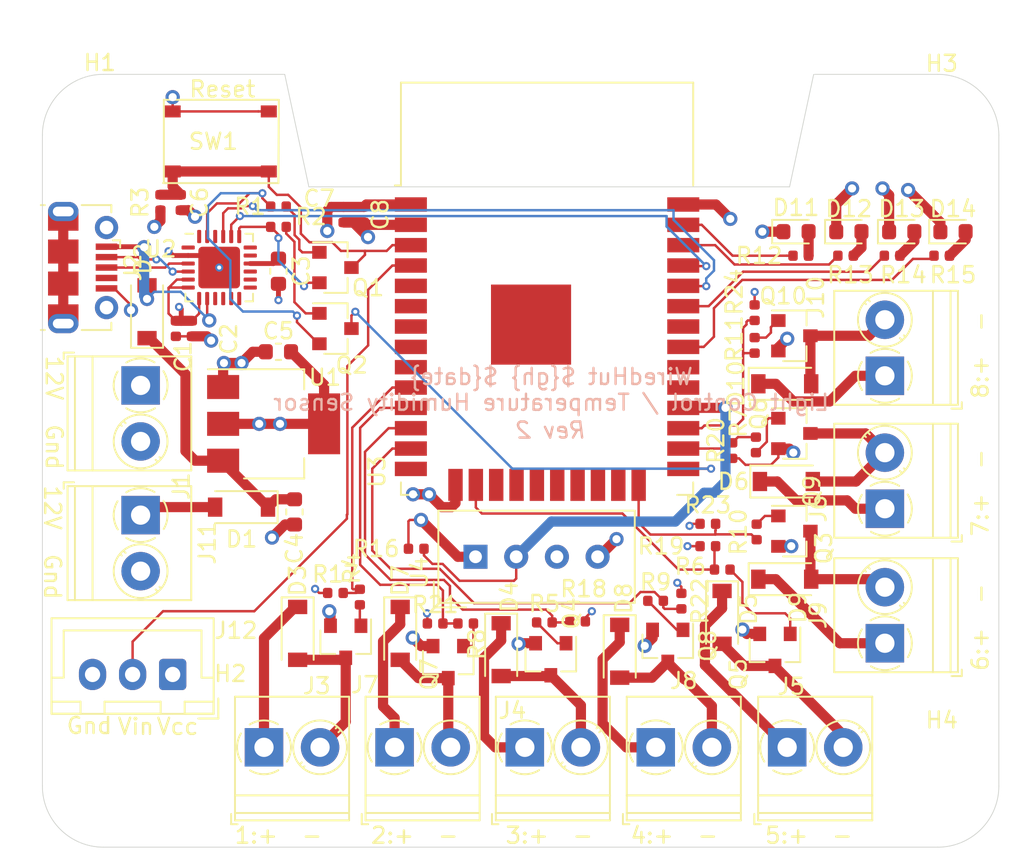
<source format=kicad_pcb>
(kicad_pcb (version 20241229) (generator "pcbnew") (generator_version "9.0")
  (title_block (date "${date}") (rev "${gh}") (comment 4 "@Comment4@"))
  (layers (0 "F.Cu" signal) (4 "In1.Cu" power) (6 "In2.Cu" power) (2 "B.Cu" signal) (13 "F.Paste" user) (15 "B.Paste" user) (5 "F.SilkS" user "F.Silkscreen") (7 "B.SilkS" user "B.Silkscreen") (1 "F.Mask" user) (3 "B.Mask" user) (25 "Edge.Cuts" user))
  (net 0 "")
  (net 1 "GND")
  (net 2 "+3V3")
  (net 3 "Net-(C3-Pad1)")
  (net 4 "Net-(C4-Pad1)")
  (net 5 "/EN")
  (net 6 "VCC")
  (net 7 "VBUS")
  (net 8 "/USB_RTS")
  (net 9 "Net-(Q1-Pad1)")
  (net 10 "/IO0")
  (net 11 "/USB_DTR")
  (net 12 "Net-(Q2-Pad1)")
  (net 13 "/USB_TX")
  (net 14 "/USB_RX")
  (net 15 "/USB_DM")
  (net 16 "/USB_DP")
  (net 17 "Net-(D3-Pad2)")
  (net 18 "Net-(D4-Pad2)")
  (net 19 "Net-(D5-Pad2)")
  (net 20 "Net-(D6-Pad2)")
  (net 21 "Net-(D7-Pad2)")
  (net 22 "Net-(D8-Pad2)")
  (net 23 "Net-(D9-Pad2)")
  (net 24 "Net-(D10-Pad2)")
  (net 25 "Net-(Q3-Pad1)")
  (net 26 "Net-(Q4-Pad1)")
  (net 27 "Net-(Q5-Pad1)")
  (net 28 "Net-(Q6-Pad1)")
  (net 29 "Net-(Q7-Pad1)")
  (net 30 "Net-(Q8-Pad1)")
  (net 31 "Net-(Q9-Pad1)")
  (net 32 "Net-(Q10-Pad1)")
  (net 33 "/PIR_A")
  (net 34 "/CH_1")
  (net 35 "/CH_3")
  (net 36 "/CH_5")
  (net 37 "/CH_7")
  (net 38 "/CH_2")
  (net 39 "/CH_4")
  (net 40 "/CH_6")
  (net 41 "/CH_8")
  (net 42 "Net-(D11-Pad2)")
  (net 43 "Net-(D12-Pad2)")
  (net 44 "Net-(D13-Pad2)")
  (net 45 "Net-(D14-Pad2)")
  (net 46 "/LED1")
  (net 47 "/LED2")
  (net 48 "/LED3")
  (net 49 "/LED4")
  (net 50 "/DHT_IO")
  (footprint "Resistor_SMD:R_0402_1005Metric" (layer "F.Cu") (at 111.2 69.85 -90)
    (property "Reference" "C1")
    (property "Value" "1uF")
  )
  (footprint "Resistor_SMD:R_0402_1005Metric" (layer "F.Cu") (at 112.2 69.85 -90)
    (property "Reference" "C2")
    (property "Value" "0.1uF")
  )
  (footprint "Resistor_SMD:R_0603_1608Metric" (layer "F.Cu") (at 117.602 66.2685 -90)
    (property "Reference" "C3")
    (property "Value" "4.7uF")
  )
  (footprint "Resistor_SMD:R_0603_1608Metric" (layer "F.Cu") (at 118.6 81.3 -90)
    (property "Reference" "C4")
    (property "Value" "1uF")
  )
  (footprint "Resistor_SMD:R_0603_1608Metric" (layer "F.Cu") (at 117.6 71.3 180)
    (property "Reference" "C5")
    (property "Value" "22uF")
  )
  (footprint "Resistor_SMD:R_0402_1005Metric" (layer "F.Cu") (at 122.936 62.738 90)
    (property "Reference" "C8")
    (property "Value" "0.1uF")
  )
  (footprint "Diode_SMD:D_SOD-123" (layer "F.Cu") (at 115.3 81 180)
    (property "Reference" "D1")
    (property "Value" "D_Schottky")
  )
  (footprint "Diode_SMD:D_SOD-123" (layer "F.Cu") (at 109.4 68.8 90)
    (property "Reference" "D2")
    (property "Value" "D_Schottky")
  )
  (footprint "Package_TO_SOT_SMD:SOT-23" (layer "F.Cu") (at 121.158 69.85)
    (property "Reference" "Q2")
    (property "Value" "Q_NPN_BEC")
  )
  (footprint "Resistor_SMD:R_0402_1005Metric" (layer "F.Cu") (at 117.602 62.23 180)
    (property "Reference" "R1")
    (property "Value" "10kR")
  )
  (footprint "Resistor_SMD:R_0402_1005Metric" (layer "F.Cu") (at 117.602 63.5 180)
    (property "Reference" "R2")
    (property "Value" "10kR")
  )
  (footprint "Resistor_SMD:R_0402_1005Metric" (layer "F.Cu") (at 110.236 61.976 -90)
    (property "Reference" "R3")
    (property "Value" "10kR")
  )
  (footprint "footprints:TS-1187A" (layer "F.Cu") (at 114 58.166)
    (property "Reference" "SW1")
    (property "Value" "SW_Push")
  )
  (footprint "Package_TO_SOT_SMD:SOT-223-3_TabPin2" (layer "F.Cu") (at 117.3 75.8)
    (property "Reference" "U1")
    (property "Value" "AZ1117-3.3")
  )
  (footprint "Package_DFN_QFN:QFN-24-1EP_4x4mm_P0.5mm_EP2.6x2.6mm" (layer "F.Cu") (at 113.904 66.04)
    (property "Reference" "U2")
    (property "Value" "CP2104")
  )
  (footprint "RF_Module:ESP32-WROOM-32" (layer "F.Cu") (at 134.366 70.358)
    (property "Reference" "U3")
    (property "Value" "ESP32-WROOM-32")
  )
  (footprint "Diode_SMD:D_SOD-123" (layer "F.Cu") (at 118.8 88.884 -90)
    (property "Reference" "D3")
    (property "Value" "D_Schottky")
  )
  (footprint "Connector_USB:USB_Micro-B_Molex-105017-0001" (layer "F.Cu") (at 105.41 66.04 -90)
    (property "Reference" "J2")
    (property "Value" "USB_B_Micro")
  )
  (footprint "Resistor_SMD:R_0402_1005Metric" (layer "F.Cu") (at 122.682 86.614 90)
    (property "Reference" "R4")
    (property "Value" "100R")
  )
  (footprint "Resistor_SMD:R_0402_1005Metric" (layer "F.Cu") (at 134.2 88.2)
    (property "Reference" "R5")
    (property "Value" "100R")
  )
  (footprint "Resistor_SMD:R_0402_1005Metric" (layer "F.Cu") (at 145.3 84.9 180)
    (property "Reference" "R6")
    (property "Value" "100R")
  )
  (footprint "Resistor_SMD:R_0402_1005Metric" (layer "F.Cu") (at 147.4 77.115 90)
    (property "Reference" "R7")
    (property "Value" "100R")
  )
  (footprint "Resistor_SMD:R_0402_1005Metric" (layer "F.Cu") (at 129.286 88.265 180)
    (property "Reference" "R8")
    (property "Value" "100R")
  )
  (footprint "Resistor_SMD:R_0402_1005Metric" (layer "F.Cu") (at 141.138 86.852)
    (property "Reference" "R9")
    (property "Value" "100R")
  )
  (footprint "Resistor_SMD:R_0402_1005Metric" (layer "F.Cu") (at 147.32 70.9 -90)
    (property "Reference" "R11")
    (property "Value" "100R")
  )
  (footprint "TerminalBlock_Phoenix:TerminalBlock_Phoenix_PT-1,5-2-3.5-H_1x02_P3.50mm_Horizontal" (layer "F.Cu") (at 109 73.4 -90)
    (property "Reference" "J1")
    (property "Value" "Screw_Terminal_01x02")
  )
  (footprint "TerminalBlock_Phoenix:TerminalBlock_Phoenix_PT-1,5-2-3.5-H_1x02_P3.50mm_Horizontal" (layer "F.Cu") (at 116.7 96)
    (property "Reference" "J3")
    (property "Value" "Screw_Terminal_01x02")
  )
  (footprint "Resistor_SMD:R_0402_1005Metric" (layer "F.Cu") (at 121.666 62.738 90)
    (property "Reference" "C7")
    (property "Value" "10uF")
  )
  (footprint "Package_TO_SOT_SMD:SOT-23" (layer "F.Cu") (at 121.158 66.04)
    (property "Reference" "Q1")
    (property "Value" "Q_NPN_BEC")
  )
  (footprint "Resistor_SMD:R_0402_1005Metric" (layer "F.Cu") (at 111.506 61.976 -90)
    (property "Reference" "C6")
    (property "Value" "0.1uF")
  )
  (footprint "Diode_SMD:D_SOD-123" (layer "F.Cu") (at 131.5 89.9 -90)
    (property "Reference" "D4")
    (property "Value" "D_Schottky")
  )
  (footprint "Diode_SMD:D_SOD-123" (layer "F.Cu") (at 145.288 87.884 -90)
    (property "Reference" "D5")
    (property "Value" "D_Schottky")
  )
  (footprint "Diode_SMD:D_SOD-123" (layer "F.Cu") (at 149.3 79.4)
    (property "Reference" "D6")
    (property "Value" "D_Schottky")
  )
  (footprint "Diode_SMD:D_SOD-123" (layer "F.Cu") (at 125.2 88.884 -90)
    (property "Reference" "D7")
    (property "Value" "D_Schottky")
  )
  (footprint "Diode_SMD:D_SOD-123" (layer "F.Cu") (at 138.9 90 -90)
    (property "Reference" "D8")
    (property "Value" "D_Schottky")
  )
  (footprint "Diode_SMD:D_SOD-123" (layer "F.Cu") (at 149.2 73.3)
    (property "Reference" "D10")
    (property "Value" "D_Schottky")
  )
  (footprint "Package_TO_SOT_SMD:SOT-23" (layer "F.Cu") (at 134.6 90.5 -90)
    (property "Reference" "Q4")
    (property "Value" "Q_NMOS_GDS")
  )
  (footprint "Package_TO_SOT_SMD:SOT-23" (layer "F.Cu") (at 148.59 89.916 -90)
    (property "Reference" "Q5")
    (property "Value" "Q_NMOS_GDS")
  )
  (footprint "Package_TO_SOT_SMD:SOT-23" (layer "F.Cu") (at 149.8 76.4)
    (property "Reference" "Q6")
    (property "Value" "Q_NMOS_GDS")
  )
  (footprint "Package_TO_SOT_SMD:SOT-23" (layer "F.Cu") (at 128.2 90.678 -90)
    (property "Reference" "Q7")
    (property "Value" "Q_NMOS_GDS")
  )
  (footprint "Package_TO_SOT_SMD:SOT-23" (layer "F.Cu") (at 141.9 89.662 -90)
    (property "Reference" "Q8")
    (property "Value" "Q_NMOS_GDS")
  )
  (footprint "TerminalBlock_Phoenix:TerminalBlock_Phoenix_PT-1,5-2-3.5-H_1x02_P3.50mm_Horizontal" (layer "F.Cu") (at 132.978 96)
    (property "Reference" "J4")
    (property "Value" "Screw_Terminal_01x02")
  )
  (footprint "TerminalBlock_Phoenix:TerminalBlock_Phoenix_PT-1,5-2-3.5-H_1x02_P3.50mm_Horizontal" (layer "F.Cu") (at 149.35 96)
    (property "Reference" "J5")
    (property "Value" "Screw_Terminal_01x02")
  )
  (footprint "TerminalBlock_Phoenix:TerminalBlock_Phoenix_PT-1,5-2-3.5-H_1x02_P3.50mm_Horizontal" (layer "F.Cu") (at 155.448 81.1 90)
    (property "Reference" "J6")
    (property "Value" "Screw_Terminal_01x02")
  )
  (footprint "TerminalBlock_Phoenix:TerminalBlock_Phoenix_PT-1,5-2-3.5-H_1x02_P3.50mm_Horizontal" (layer "F.Cu") (at 124.85 96)
    (property "Reference" "J7")
    (property "Value" "Screw_Terminal_01x02")
  )
  (footprint "TerminalBlock_Phoenix:TerminalBlock_Phoenix_PT-1,5-2-3.5-H_1x02_P3.50mm_Horizontal" (layer "F.Cu") (at 141.15 96)
    (property "Reference" "J8")
    (property "Value" "Screw_Terminal_01x02")
  )
  (footprint "TerminalBlock_Phoenix:TerminalBlock_Phoenix_PT-1,5-2-3.5-H_1x02_P3.50mm_Horizontal" (layer "F.Cu") (at 155.448 72.8 90)
    (property "Reference" "J10")
    (property "Value" "Screw_Terminal_01x02")
  )
  (footprint "Resistor_SMD:R_0402_1005Metric" (layer "F.Cu") (at 147.447 82.55 -90)
    (property "Reference" "R10")
    (property "Value" "100R")
  )
  (footprint "TerminalBlock_Phoenix:TerminalBlock_Phoenix_PT-1,5-2-3.5-H_1x02_P3.50mm_Horizontal" (layer "F.Cu") (at 155.448 89.5 90)
    (property "Reference" "J9")
    (property "Value" "Screw_Terminal_01x02")
  )
  (footprint "Package_TO_SOT_SMD:SOT-23" (layer "F.Cu") (at 149.8 82.5)
    (property "Reference" "Q9")
    (property "Value" "Q_NMOS_GDS")
  )
  (footprint "TerminalBlock_Phoenix:TerminalBlock_Phoenix_PT-1,5-2-3.5-H_1x02_P3.50mm_Horizontal" (layer "F.Cu") (at 109 81.5 -90)
    (property "Reference" "J11")
    (property "Value" "Screw_Terminal_01x02")
  )
  (footprint "Connector_JST:JST_XH_B3B-XH-A_1x03_P2.50mm_Vertical" (layer "F.Cu") (at 111 91.45 180)
    (property "Reference" "J12")
    (property "Value" "Conn_01x03")
  )
  (footprint "MountingHole:MountingHole_3.2mm_M3" (layer "F.Cu") (at 106.45 57.45)
    (property "Reference" "H1")
    (property "Value" "MountingHole")
  )
  (footprint "MountingHole:MountingHole_3.2mm_M3" (layer "F.Cu") (at 106.5 98.5)
    (property "Reference" "H2")
    (property "Value" "MountingHole")
  )
  (footprint "MountingHole:MountingHole_3.2mm_M3" (layer "F.Cu") (at 159 57.5)
    (property "Reference" "H3")
    (property "Value" "MountingHole")
  )
  (footprint "MountingHole:MountingHole_3.2mm_M3" (layer "F.Cu") (at 159 98.5)
    (property "Reference" "H4")
    (property "Value" "MountingHole")
  )
  (footprint "Diode_SMD:D_SOD-123" (layer "F.Cu") (at 149.2 85.5)
    (property "Reference" "D9")
    (property "Value" "D_Schottky")
  )
  (footprint "LED_SMD:LED_0603_1608Metric" (layer "F.Cu") (at 149.9 63.8)
    (property "Reference" "D11")
    (property "Value" "Green")
  )
  (footprint "LED_SMD:LED_0603_1608Metric" (layer "F.Cu") (at 153.2 63.8)
    (property "Reference" "D12")
    (property "Value" "Green")
  )
  (footprint "LED_SMD:LED_0603_1608Metric" (layer "F.Cu") (at 156.5 63.8)
    (property "Reference" "D13")
    (property "Value" "Red")
  )
  (footprint "LED_SMD:LED_0603_1608Metric" (layer "F.Cu") (at 159.7 63.8)
    (property "Reference" "D14")
    (property "Value" "Red")
  )
  (footprint "Resistor_SMD:R_0402_1005Metric" (layer "F.Cu") (at 150.2 65.3)
    (property "Reference" "R12")
    (property "Value" "47R")
  )
  (footprint "Resistor_SMD:R_0402_1005Metric" (layer "F.Cu") (at 153 65.3)
    (property "Reference" "R13")
    (property "Value" "47R")
  )
  (footprint "Resistor_SMD:R_0402_1005Metric" (layer "F.Cu") (at 155.9 65.3)
    (property "Reference" "R14")
    (property "Value" "150R")
  )
  (footprint "Resistor_SMD:R_0402_1005Metric" (layer "F.Cu") (at 159 65.3)
    (property "Reference" "R15")
    (property "Value" "150R")
  )
  (footprint "Sensor:Aosong_DHT11_5.5x12.0_P2.54mm" (layer "F.Cu") (at 129.9 84.1 90)
    (property "Reference" "U4")
    (property "Value" "DHT11")
  )
  (footprint "Resistor_SMD:R_0402_1005Metric" (layer "F.Cu") (at 126.2 83.6 180)
    (property "Reference" "R16")
    (property "Value" "10kR")
  )
  (footprint "Package_TO_SOT_SMD:SOT-23" (layer "F.Cu") (at 121.8 89.408 -90)
    (property "Reference" "Q3")
    (property "Value" "Q_NMOS_GSD")
  )
  (footprint "Resistor_SMD:R_0402_1005Metric" (layer "F.Cu") (at 121.158 86.36)
    (property "Reference" "R17")
    (property "Value" "10kR")
  )
  (footprint "Resistor_SMD:R_0402_1005Metric" (layer "F.Cu") (at 136.271 88.138 180)
    (property "Reference" "R18")
    (property "Value" "10kR")
  )
  (footprint "Resistor_SMD:R_0402_1005Metric" (layer "F.Cu") (at 144.399 83.439)
    (property "Reference" "R19")
    (property "Value" "10kR")
  )
  (footprint "Resistor_SMD:R_0402_1005Metric" (layer "F.Cu") (at 145.923 77.47 90)
    (property "Reference" "R20")
    (property "Value" "10kR")
  )
  (footprint "Resistor_SMD:R_0402_1005Metric" (layer "F.Cu") (at 127.381 88.265)
    (property "Reference" "R21")
    (property "Value" "10kR")
  )
  (footprint "Resistor_SMD:R_0402_1005Metric" (layer "F.Cu") (at 142.748 86.868 -90)
    (property "Reference" "R22")
    (property "Value" "10kR")
  )
  (footprint "Resistor_SMD:R_0402_1005Metric" (layer "F.Cu") (at 144.399 82.042)
    (property "Reference" "R23")
    (property "Value" "10kR")
  )
  (footprint "Resistor_SMD:R_0402_1005Metric" (layer "F.Cu") (at 147.32 68.857 -90)
    (property "Reference" "R24")
    (property "Value" "10kR")
  )
  (footprint "Package_TO_SOT_SMD:SOT-23" (layer "F.Cu") (at 149.8 70.3)
    (property "Reference" "Q10")
    (property "Value" "Q_NMOS_GDS")
  )
  (gr_line (start 102.87 57.785) (end 102.87 98.425) (stroke (width 0.05)) (layer "Edge.Cuts"))
  (gr_line (start 106.68 102.235) (end 158.75 102.235) (stroke (width 0.05)) (layer "Edge.Cuts"))
  (gr_line (start 162.56 98.425) (end 162.56 57.785) (stroke (width 0.05)) (layer "Edge.Cuts"))
  (gr_line (start 117.975 53.975) (end 118 54) (stroke (width 0.05)) (layer "Edge.Cuts"))
  (gr_line (start 151.025 53.975) (end 151 54) (stroke (width 0.05)) (layer "Edge.Cuts"))
  (gr_line (start 158.75 53.975) (end 151.025 53.975) (stroke (width 0.05)) (layer "Edge.Cuts"))
  (gr_arc (start 106.68 102.235) (mid 103.985923 101.119077) (end 102.87 98.425) (stroke (width 0.05)) (layer "Edge.Cuts"))
  (gr_arc (start 102.87 57.785) (mid 103.985923 55.090923) (end 106.68 53.975) (stroke (width 0.05)) (layer "Edge.Cuts"))
  (gr_arc (start 162.56 98.425) (mid 161.444077 101.119077) (end 158.75 102.235) (stroke (width 0.05)) (layer "Edge.Cuts"))
  (gr_line (start 119.5 61) (end 149.5 61) (stroke (width 0.05)) (layer "Edge.Cuts"))
  (gr_arc (start 158.75 53.975) (mid 161.444077 55.090923) (end 162.56 57.785) (stroke (width 0.05)) (layer "Edge.Cuts"))
  (gr_line (start 106.68 53.975) (end 117.975 53.975) (stroke (width 0.05)) (layer "Edge.Cuts"))
  (gr_line (start 149.5 61) (end 151 54) (stroke (width 0.05)) (layer "Edge.Cuts"))
  (gr_line (start 118 54) (end 119.5 61) (stroke (width 0.05)) (layer "Edge.Cuts"))
  (gr_text "12V  Gnd" (at 103.5 83.2 270) (layer "F.SilkS") (effects (font (size 1 1))))
  (gr_text "5:+  -" (at 150.7 101.5 0) (layer "F.SilkS") (effects (font (size 1 1))))
  (gr_text "Gnd" (at 105.8 94.65 0) (layer "F.SilkS") (effects (font (size 1 1))))
  (gr_text "6:+  -" (at 161.4 88.5 90) (layer "F.SilkS") (effects (font (size 1 1))))
  (gr_text "8:+  -" (at 161.4 71.5 90) (layer "F.SilkS") (effects (font (size 1 1))))
  (gr_text "Vcc" (at 111.3 94.7 0) (layer "F.SilkS") (effects (font (size 1 1))))
  (gr_text "Vin" (at 108.7 94.7 0) (layer "F.SilkS") (effects (font (size 1 1))))
  (gr_text "4:+  -" (at 142.3 101.5 0) (layer "F.SilkS") (effects (font (size 1 1))))
  (gr_text "12V  Gnd" (at 103.6 75.1 270) (layer "F.SilkS") (effects (font (size 1 1))))
  (gr_text "2:+  -" (at 126.1 101.5 0) (layer "F.SilkS") (effects (font (size 1 1))))
  (gr_text "1:+  -" (at 117.6 101.5 0) (layer "F.SilkS") (effects (font (size 1 1))))
  (gr_text "Reset" (at 114.1 54.9 0) (layer "F.SilkS") (effects (font (size 1 1))))
  (gr_text "7:+  -" (at 161.4 80.1 90) (layer "F.SilkS") (effects (font (size 1 1))))
  (gr_text "3:+  -" (at 134.5 101.5 0) (layer "F.SilkS") (effects (font (size 1 1))))
  (gr_text "Rev 2" (at 134.62 76.2 0) (layer "B.SilkS") (effects (font (size 1 1) (thickness 0.15) (italic yes)) (justify mirror)))
  (gr_text "WiredHut ${gh} ${date}\nLight Control / Temperature Humidity Sensor" (at 134.62 73.66 0) (layer "B.SilkS") (effects (font (size 1 1)) (justify mirror)))
  (segment (start 142.866 62.103) (end 144.903 62.103) (width 0.635) (layer "F.Cu") (net 1))
  (segment (start 118.0125 82.0875) (end 117.2 82.9) (width 0.635) (layer "F.Cu") (net 1))
  (segment (start 147.64 88.916) (end 146.828 88.916) (width 0.635) (layer "F.Cu") (net 1))
  (segment (start 111.991 62.461) (end 112.395 62.865) (width 0.635) (layer "F.Cu") (net 1))
  (segment (start 147.32 68.372) (end 147.32 67.564) (width 0.1524) (layer "F.Cu") (net 1))
  (segment (start 125.866 62.103) (end 123.086 62.103) (width 0.635) (layer "F.Cu") (net 1))
  (segment (start 116.8125 71.3) (end 116 71.3) (width 0.635) (layer "F.Cu") (net 1))
  (segment (start 140.95 88.662) (end 140.95 89.174) (width 0.635) (layer "F.Cu") (net 1))
  (segment (start 122.936 62.253) (end 121.666 62.253) (width 0.635) (layer "F.Cu") (net 1))
  (segment (start 148.3434 78.359) (end 148.8 77.9024) (width 0.1524) (layer "F.Cu") (net 1))
  (segment (start 140.95 89.174) (end 140.462 89.662) (width 0.635) (layer "F.Cu") (net 1))
  (segment (start 111.2 70.335) (end 112.2 70.335) (width 0.1524) (layer "F.Cu") (net 1))
  (segment (start 120.87609 62.25791) (end 120.65 62.484) (width 0.635) (layer "F.Cu") (net 1))
  (segment (start 113.154 65.29) (end 113.904 66.04) (width 0.3048) (layer "F.Cu") (net 1))
  (segment (start 126.896 87.653) (end 126.873 87.63) (width 0.1524) (layer "F.Cu") (net 1))
  (segment (start 143.914 83.439) (end 143.129 83.439) (width 0.1524) (layer "F.Cu") (net 1))
  (segment (start 107.3475 67.34) (end 108.4 68.3925) (width 0.1524) (layer "F.Cu") (net 1))
  (segment (start 108.4 68.3925) (end 108.4 68.7) (width 0.1524) (layer "F.Cu") (net 1))
  (segment (start 117 56.291) (end 116.3476 56.291) (width 0.1524) (layer "F.Cu") (net 1))
  (segment (start 152.4125 63.8) (end 152.4125 62.0875) (width 0.635) (layer "F.Cu") (net 1))
  (segment (start 127.25 89.678) (end 126.508 89.678) (width 0.635) (layer "F.Cu") (net 1))
  (segment (start 115.3 72) (end 114.2 72) (width 0.635) (layer "F.Cu") (net 1))
  (segment (start 137.6 84.1) (end 138.7 83) (width 0.635) (layer "F.Cu") (net 1))
  (segment (start 148.8 83.45) (end 149.595 83.45) (width 0.635) (layer "F.Cu") (net 1))
  (segment (start 127.8 81) (end 127 80.2) (width 0.635) (layer "F.Cu") (net 1))
  (segment (start 148.8 71.25) (end 148.8 71.037) (width 0.635) (layer "F.Cu") (net 1))
  (segment (start 116.3476 56.291) (end 111 56.291) (width 0.1524) (layer "F.Cu") (net 1))
  (segment (start 143.914 82.042) (end 143.383 82.042) (width 0.1524) (layer "F.Cu") (net 1))
  (segment (start 113.135 70.335) (end 113.4 70.6) (width 0.635) (layer "F.Cu") (net 1))
  (segment (start 155.7125 61.5125) (end 155.3 61.1) (width 0.635) (layer "F.Cu") (net 1))
  (segment (start 144.903 62.103) (end 145.8 63) (width 0.635) (layer "F.Cu") (net 1))
  (segment (start 117.602 67.056) (end 117.602 68.072) (width 0.3048) (layer "F.Cu") (net 1))
  (segment (start 136.756 87.907) (end 137.16 87.503) (width 0.1524) (layer "F.Cu") (net 1))
  (segment (start 106.8725 67.34) (end 107.3475 67.34) (width 0.1524) (layer "F.Cu") (net 1))
  (segment (start 137.52 84.1) (end 137.6 84.1) (width 0.635) (layer "F.Cu") (net 1))
  (segment (start 146.343 77.955) (end 146.747 78.359) (width 0.1524) (layer "F.Cu") (net 1))
  (segment (start 149.595 83.45) (end 149.606 83.439) (width 0.635) (layer "F.Cu") (net 1))
  (segment (start 114.15 72.05) (end 114.2 72) (width 0.635) (layer "F.Cu") (net 1))
  (segment (start 118.6 82.0875) (end 118.0125 82.0875) (width 0.635) (layer "F.Cu") (net 1))
  (segment (start 132.623 89.5) (end 132.588 89.535) (width 0.635) (layer "F.Cu") (net 1))
  (segment (start 148.8 77.9024) (end 148.8 77.35) (width 0.1524) (layer "F.Cu") (net 1))
  (segment (start 145.923 77.955) (end 146.343 77.955) (width 0.1524) (layer "F.Cu") (net 1))
  (segment (start 111.9665 65.29) (end 113.154 65.29) (width 0.3048) (layer "F.Cu") (net 1))
  (segment (start 128.4 81) (end 127.8 81) (width 0.635) (layer "F.Cu") (net 1))
  (segment (start 120.65 62.484) (end 120.65 63.754) (width 0.635) (layer "F.Cu") (net 1))
  (segment (start 142.748 85.979) (end 142.494 85.725) (width 0.1524) (layer "F.Cu") (net 1))
  (segment (start 148.8 77.35) (end 149.486 77.35) (width 0.635) (layer "F.Cu") (net 1))
  (segment (start 133.65 89.5) (end 132.623 89.5) (width 0.635) (layer "F.Cu") (net 1))
  (segment (start 111.01 65.29) (end 110.744 65.024) (width 0.3048) (layer "F.Cu") (net 1))
  (segment (start 111.9665 65.29) (end 111.01 65.29) (width 0.3048) (layer "F.Cu") (net 1))
  (segment (start 127 80.2) (end 126 80.2) (width 0.635) (layer "F.Cu") (net 1))
  (segment (start 121.666 62.253) (end 120.881 62.253) (width 0.635) (layer "F.Cu") (net 1))
  (segment (start 128.651 80.749) (end 128.4 81) (width 0.635) (layer "F.Cu") (net 1))
  (segment (start 120.881 62.253) (end 120.87609 62.25791) (width 0.635) (layer "F.Cu") (net 1))
  (segment (start 149.1125 63.8) (end 147.8 63.8) (width 0.635) (layer "F.Cu") (net 1))
  (segment (start 111.506 62.461) (end 111.991 62.461) (width 0.635) (layer "F.Cu") (net 1))
  (segment (start 126.508 89.678) (end 125.984 89.154) (width 0.635) (layer "F.Cu") (net 1))
  (segment (start 149.486 77.35) (end 149.733 77.597) (width 0.635) (layer "F.Cu") (net 1))
  (segment (start 112.2 70.335) (end 113.135 70.335) (width 0.635) (layer "F.Cu") (net 1))
  (segment (start 111 56.291) (end 111 55.4) (width 0.1524) (layer "F.Cu") (net 1))
  (segment (start 155.7125 63.8) (end 155.7125 61.5125) (width 0.635) (layer "F.Cu") (net 1))
  (segment (start 104.1725 63.14) (end 104.1725 65.04) (width 0.635) (layer "F.Cu") (net 1))
  (segment (start 152.4125 62.0875) (end 153.4 61.1) (width 0.635) (layer "F.Cu") (net 1))
  (segment (start 126.896 88.265) (end 126.896 87.653) (width 0.1524) (layer "F.Cu") (net 1))
  (segment (start 104.1725 67.04) (end 104.1725 68.94) (width 0.635) (layer "F.Cu") (net 1))
  (segment (start 120.85 88.408) (end 120.85 87.576) (width 0.635) (layer "F.Cu") (net 1))
  (segment (start 148.8 71.037) (end 149.352 70.485) (width 0.635) (layer "F.Cu") (net 1))
  (segment (start 123.086 62.103) (end 122.936 62.253) (width 0.635) (layer "F.Cu") (net 1))
  (segment (start 146.828 88.916) (end 146.558 88.646) (width 0.635) (layer "F.Cu") (net 1))
  (segment (start 136.756 88.138) (end 136.756 87.907) (width 0.1524) (layer "F.Cu") (net 1))
  (segment (start 104.1725 65.04) (end 104.1725 67.04) (width 0.635) (layer "F.Cu") (net 1))
  (segment (start 143.383 82.042) (end 143.256 82.169) (width 0.1524) (layer "F.Cu") (net 1))
  (segment (start 120.142 86.36) (end 119.888 86.106) (width 0.1524) (layer "F.Cu") (net 1))
  (segment (start 128.651 79.613) (end 128.651 80.749) (width 0.635) (layer "F.Cu") (net 1))
  (segment (start 116 71.3) (end 115.3 72) (width 0.635) (layer "F.Cu") (net 1))
  (segment (start 120.673 86.36) (end 120.142 86.36) (width 0.1524) (layer "F.Cu") (net 1))
  (segment (start 158.9125 63.2125) (end 156.9 61.2) (width 0.635) (layer "F.Cu") (net 1))
  (segment (start 120.85 87.576) (end 120.777 87.503) (width 0.635) (layer "F.Cu") (net 1))
  (segment (start 114.15 73.5) (end 114.15 72.05) (width 0.635) (layer "F.Cu") (net 1))
  (segment (start 142.748 86.383) (end 142.748 85.979) (width 0.1524) (layer "F.Cu") (net 1))
  (segment (start 158.9125 63.8) (end 158.9125 63.2125) (width 0.635) (layer "F.Cu") (net 1))
  (segment (start 146.747 78.359) (end 148.3434 78.359) (width 0.1524) (layer "F.Cu") (net 1))
  (via (at 140.462 89.662) (size 0.889) (drill 0.508) (layers "F.Cu" "B.Cu") (net 1))
  (via (at 147.32 67.564) (size 0.508) (drill 0.254) (layers "F.Cu" "B.Cu") (net 1))
  (via (at 108.4 68.7) (size 0.889) (drill 0.508) (layers "F.Cu" "B.Cu") (net 1))
  (via (at 126 80.2) (size 0.889) (drill 0.508) (layers "F.Cu" "B.Cu") (net 1))
  (via (at 113.4 70.6) (size 0.889) (drill 0.508) (layers "F.Cu" "B.Cu") (net 1))
  (via (at 156.9 61.2) (size 0.889) (drill 0.508) (layers "F.Cu" "B.Cu") (net 1))
  (via (at 149.733 77.597) (size 0.889) (drill 0.508) (layers "F.Cu" "B.Cu") (net 1))
  (via (at 113.904 66.04) (size 0.508) (drill 0.254) (layers "F.Cu" "B.Cu") (net 1))
  (via (at 117.2 82.9) (size 0.889) (drill 0.508) (layers "F.Cu" "B.Cu") (net 1))
  (via (at 155.3 61.1) (size 0.889) (drill 0.508) (layers "F.Cu" "B.Cu") (net 1))
  (via (at 142.494 85.725) (size 0.508) (drill 0.254) (layers "F.Cu" "B.Cu") (net 1))
  (via (at 127 80.2) (size 0.889) (drill 0.508) (layers "F.Cu" "B.Cu") (net 1))
  (via (at 145.8 63) (size 0.889) (drill 0.508) (layers "F.Cu" "B.Cu") (net 1))
  (via (at 147.8 63.8) (size 0.889) (drill 0.508) (layers "F.Cu" "B.Cu") (net 1))
  (via (at 149.606 83.439) (size 0.889) (drill 0.508) (layers "F.Cu" "B.Cu") (net 1))
  (via (at 112.395 62.865) (size 0.889) (drill 0.508) (layers "F.Cu" "B.Cu") (net 1))
  (via (at 110.744 65.024) (size 0.508) (drill 0.254) (layers "F.Cu" "B.Cu") (net 1))
  (via (at 111 55.4) (size 0.889) (drill 0.508) (layers "F.Cu" "B.Cu") (net 1))
  (via (at 114.2 72) (size 0.889) (drill 0.508) (layers "F.Cu" "B.Cu") (net 1))
  (via (at 143.129 83.439) (size 0.508) (drill 0.254) (layers "F.Cu" "B.Cu") (net 1))
  (via (at 120.777 87.503) (size 0.889) (drill 0.508) (layers "F.Cu" "B.Cu") (net 1))
  (via (at 117.602 68.072) (size 0.508) (drill 0.254) (layers "F.Cu" "B.Cu") (net 1))
  (via (at 138.7 83) (size 0.889) (drill 0.508) (layers "F.Cu" "B.Cu") (net 1))
  (via (at 153.4 61.1) (size 0.889) (drill 0.508) (layers "F.Cu" "B.Cu") (net 1))
  (via (at 143.256 82.169) (size 0.508) (drill 0.254) (layers "F.Cu" "B.Cu") (net 1))
  (via (at 115.3 72) (size 0.889) (drill 0.508) (layers "F.Cu" "B.Cu") (net 1))
  (via (at 149.352 70.485) (size 0.889) (drill 0.508) (layers "F.Cu" "B.Cu") (net 1))
  (via (at 126.873 87.63) (size 0.508) (drill 0.254) (layers "F.Cu" "B.Cu") (net 1))
  (via (at 125.984 89.154) (size 0.889) (drill 0.508) (layers "F.Cu" "B.Cu") (net 1))
  (via (at 132.588 89.535) (size 0.889) (drill 0.508) (layers "F.Cu" "B.Cu") (net 1))
  (via (at 146.558 88.646) (size 0.889) (drill 0.508) (layers "F.Cu" "B.Cu") (net 1))
  (via (at 119.888 86.106) (size 0.508) (drill 0.254) (layers "F.Cu" "B.Cu") (net 1))
  (via (at 120.65 63.754) (size 0.889) (drill 0.508) (layers "F.Cu" "B.Cu") (net 1))
  (via (at 137.16 87.503) (size 0.508) (drill 0.254) (layers "F.Cu" "B.Cu") (net 1))
  (segment (start 117.7 75.8) (end 116.4 75.8) (width 0.635) (layer "F.Cu") (net 2))
  (segment (start 121.666 63.223) (end 122.278 63.223) (width 0.635) (layer "F.Cu") (net 2))
  (segment (start 125.871383 81.8) (end 126.5 81.8) (width 0.1524) (layer "F.Cu") (net 2))
  (segment (start 120.45 73.3625) (end 118.3875 71.3) (width 0.635) (layer "F.Cu") (net 2))
  (segment (start 110.744 68.909) (end 111.2 69.365) (width 0.1524) (layer "F.Cu") (net 2))
  (segment (start 110.744 67.31) (end 110.764 67.29) (width 0.1524) (layer "F.Cu") (net 2))
  (segment (start 110.744 67.31) (end 111.264 66.79) (width 0.1524) (layer "F.Cu") (net 2))
  (segment (start 110.236 62.461) (end 110.236 63.119) (width 0.635) (layer "F.Cu") (net 2))
  (segment (start 111.264 66.79) (end 111.9665 66.79) (width 0.1524) (layer "F.Cu") (net 2))
  (segment (start 110.236 63.119) (end 109.855 63.5) (width 0.635) (layer "F.Cu") (net 2))
  (segment (start 122.278 63.223) (end 123.19 64.135) (width 0.635) (layer "F.Cu") (net 2))
  (segment (start 120.45 75.8) (end 120.45 73.3625) (width 0.635) (layer "F.Cu") (net 2))
  (segment (start 111.535 69.365) (end 112.2 69.365) (width 0.635) (layer "F.Cu") (net 2))
  (segment (start 128.8 84.1) (end 126.5 81.8) (width 0.635) (layer "F.Cu") (net 2))
  (segment (start 123.086 63.373) (end 122.936 63.223) (width 0.635) (layer "F.Cu") (net 2))
  (segment (start 110.764 67.29) (end 111.9665 67.29) (width 0.1524) (layer "F.Cu") (net 2))
  (segment (start 125.715 83.6) (end 125.715 81.885) (width 0.1524) (layer "F.Cu") (net 2))
  (segment (start 114.15 75.8) (end 116.4 75.8) (width 0.635) (layer "F.Cu") (net 2))
  (segment (start 125.8 81.8) (end 125.871383 81.8) (width 0.1524) (layer "F.Cu") (net 2))
  (segment (start 111.535 68.635) (end 111.4 68.5) (width 0.3048) (layer "F.Cu") (net 2))
  (segment (start 112.654 67.9775) (end 112.654 68.911) (width 0.1524) (layer "F.Cu") (net 2))
  (segment (start 122.936 63.223) (end 121.666 63.223) (width 0.635) (layer "F.Cu") (net 2))
  (segment (start 112.654 68.911) (end 112.2 69.365) (width 0.1524) (layer "F.Cu") (net 2))
  (segment (start 125.715 81.885) (end 125.8 81.8) (width 0.1524) (layer "F.Cu") (net 2))
  (segment (start 111.2 69.365) (end 111.535 69.365) (width 0.635) (layer "F.Cu") (net 2))
  (segment (start 110.744 67.31) (end 110.744 68.909) (width 0.1524) (layer "F.Cu") (net 2))
  (segment (start 125.866 63.373) (end 123.086 63.373) (width 0.635) (layer "F.Cu") (net 2))
  (segment (start 111.535 69.365) (end 111.535 68.635) (width 0.3048) (layer "F.Cu") (net 2))
  (segment (start 117.7 75.8) (end 120.45 75.8) (width 0.635) (layer "F.Cu") (net 2))
  (segment (start 129.9 84.1) (end 128.8 84.1) (width 0.635) (layer "F.Cu") (net 2))
  (via (at 123.19 64.135) (size 0.889) (drill 0.508) (layers "F.Cu" "B.Cu") (net 2))
  (via (at 116.4 75.8) (size 0.889) (drill 0.508) (layers "F.Cu" "B.Cu") (net 2))
  (via (at 109.855 63.5) (size 0.889) (drill 0.508) (layers "F.Cu" "B.Cu") (net 2))
  (via (at 111.4 68.5) (size 0.508) (drill 0.254) (layers "F.Cu" "B.Cu") (net 2))
  (via (at 117.7 75.8) (size 0.889) (drill 0.508) (layers "F.Cu" "B.Cu") (net 2))
  (via (at 126.5 81.8) (size 0.889) (drill 0.508) (layers "F.Cu" "B.Cu") (net 2))
  (segment (start 117.602 65.481) (end 117.293 65.79) (width 0.3048) (layer "F.Cu") (net 3))
  (segment (start 117.293 65.79) (end 115.8415 65.79) (width 0.3048) (layer "F.Cu") (net 3))
  (segment (start 118.6 80.5125) (end 117.4375 80.5125) (width 0.635) (layer "F.Cu") (net 4))
  (segment (start 117.4375 80.5125) (end 116.95 81) (width 0.635) (layer "F.Cu") (net 4))
  (segment (start 112.4 78.1) (end 114.15 78.1) (width 0.635) (layer "F.Cu") (net 4))
  (segment (start 109.55 70.45) (end 111.8 72.7) (width 0.635) (layer "F.Cu") (net 4))
  (segment (start 111.8 72.7) (end 111.8 77.5) (width 0.635) (layer "F.Cu") (net 4))
  (segment (start 109.4 70.45) (end 109.55 70.45) (width 0.635) (layer "F.Cu") (net 4))
  (segment (start 114.15 78.1) (end 114.15 78.2) (width 0.635) (layer "F.Cu") (net 4))
  (segment (start 111.8 77.5) (end 112.4 78.1) (width 0.635) (layer "F.Cu") (net 4))
  (segment (start 114.15 78.2) (end 116.95 81) (width 0.635) (layer "F.Cu") (net 4))
  (segment (start 117 61) (end 117 60.041) (width 0.1524) (layer "F.Cu") (net 5))
  (segment (start 118.2089 61.5) (end 117.5 61.5) (width 0.1524) (layer "F.Cu") (net 5))
  (segment (start 111 60.041) (end 117 60.041) (width 0.635) (layer "F.Cu") (net 5))
  (segment (start 121.5 65) (end 120.961399 64.461399) (width 0.1524) (layer "F.Cu") (net 5))
  (segment (start 125.866 64.643) (end 124.7136 64.643) (width 0.1524) (layer "F.Cu") (net 5))
  (segment (start 111 60.985) (end 111.506 61.491) (width 0.635) (layer "F.Cu") (net 5))
  (segment (start 119 63.922798) (end 119 62.2911) (width 0.1524) (layer "F.Cu") (net 5))
  (segment (start 120.961399 64.461399) (end 119.538601 64.461399) (width 0.1524) (layer "F.Cu") (net 5))
  (segment (start 119.538601 64.461399) (end 119 63.922798) (width 0.1524) (layer "F.Cu") (net 5))
  (segment (start 123 65.248) (end 122.208 66.04) (width 0.1524) (layer "F.Cu") (net 5))
  (segment (start 124.7136 64.643) (end 124.3566 65) (width 0.1524) (layer "F.Cu") (net 5))
  (segment (start 110.236 61.491) (end 111.506 61.491) (width 0.635) (layer "F.Cu") (net 5))
  (segment (start 117.5 61.5) (end 117 61) (width 0.1524) (layer "F.Cu") (net 5))
  (segment (start 119 62.2911) (end 118.2089 61.5) (width 0.1524) (layer "F.Cu") (net 5))
  (segment (start 124.3566 65) (end 123 65) (width 0.1524) (layer "F.Cu") (net 5))
  (segment (start 111 60.041) (end 111 60.985) (width 0.635) (layer "F.Cu") (net 5))
  (segment (start 123 65) (end 123 65.248) (width 0.1524) (layer "F.Cu") (net 5))
  (segment (start 123 65) (end 121.5 65) (width 0.1524) (layer "F.Cu") (net 5))
  (segment (start 122.208 66.04) (end 122.158 66.04) (width 0.1524) (layer "F.Cu") (net 5))
  (segment (start 153.613 72.8) (end 155.448 72.8) (width 0.635) (layer "F.Cu") (net 6))
  (segment (start 130.430099 95.287099) (end 130.430099 90.404901) (width 0.635) (layer "F.Cu") (net 6))
  (segment (start 148.635 85.5) (end 152.635 89.5) (width 0.635) (layer "F.Cu") (net 6))
  (segment (start 144.218099 88.388901) (end 145.288 87.319) (width 0.635) (layer "F.Cu") (net 6))
  (segment (start 149.35 96) (end 144.218099 90.868099) (width 0.635) (layer "F.Cu") (net 6))
  (segment (start 118.65 87.234) (end 118.8 87.234) (width 0.635) (layer "F.Cu") (net 6))
  (segment (start 124.130099 89.388901) (end 125.2 88.319) (width 0.635) (layer "F.Cu") (net 6))
  (segment (start 113.65 81) (end 109.5 81) (width 0.635) (layer "F.Cu") (net 6))
  (segment (start 139.315 96) (end 141.15 96) (width 0.635) (layer "F.Cu") (net 6))
  (segment (start 145.288 87.319) (end 145.288 86.234) (width 0.635) (layer "F.Cu") (net 6))
  (segment (start 124.85 96) (end 124.85 94.165) (width 0.635) (layer "F.Cu") (net 6))
  (segment (start 109.5 81) (end 109 81.5) (width 0.635) (layer "F.Cu") (net 6))
  (segment (start 125.2 88.319) (end 125.2 87.234) (width 0.635) (layer "F.Cu") (net 6))
  (segment (start 132.978 96) (end 131.143 96) (width 0.635) (layer "F.Cu") (net 6))
  (segment (start 149.735 74.4) (end 152.013 74.4) (width 0.635) (layer "F.Cu") (net 6))
  (segment (start 153.093099 80.580099) (end 153.613 81.1) (width 0.635) (layer "F.Cu") (net 6))
  (segment (start 137.830099 90.504901) (end 137.830099 94.515099) (width 0.635) (layer "F.Cu") (net 6))
  (segment (start 116.7 96) (end 116.7 89.184) (width 0.635) (layer "F.Cu") (net 6))
  (segment (start 147.65 79.4) (end 148.735 79.4) (width 0.635) (layer "F.Cu") (net 6))
  (segment (start 131.143 96) (end 130.430099 95.287099) (width 0.635) (layer "F.Cu") (net 6))
  (segment (start 152.013 74.4) (end 153.613 72.8) (width 0.635) (layer "F.Cu") (net 6))
  (segment (start 130.430099 90.404901) (end 131.5 89.335) (width 0.635) (layer "F.Cu") (net 6))
  (segment (start 153.613 81.1) (end 155.448 81.1) (width 0.635) (layer "F.Cu") (net 6))
  (segment (start 144.218099 90.868099) (end 144.218099 88.388901) (width 0.635) (layer "F.Cu") (net 6))
  (segment (start 116.7 89.184) (end 118.65 87.234) (width 0.635) (layer "F.Cu") (net 6))
  (segment (start 149.915099 80.580099) (end 153.093099 80.580099) (width 0.635) (layer "F.Cu") (net 6))
  (segment (start 124.130099 93.445099) (end 124.130099 89.388901) (width 0.635) (layer "F.Cu") (net 6))
  (segment (start 148.735 79.4) (end 149.915099 80.580099) (width 0.635) (layer "F.Cu") (net 6))
  (segment (start 147.55 73.3) (end 148.635 73.3) (width 0.635) (layer "F.Cu") (net 6))
  (segment (start 124.85 94.165) (end 124.130099 93.445099) (width 0.635) (layer "F.Cu") (net 6))
  (segment (start 137.830099 94.515099) (end 139.315 96) (width 0.635) (layer "F.Cu") (net 6))
  (segment (start 153.613 89.5) (end 155.448 89.5) (width 0.635) (layer "F.Cu") (net 6))
  (segment (start 138.9 88.35) (end 138.9 89.435) (width 0.635) (layer "F.Cu") (net 6))
  (segment (start 147.55 85.5) (end 148.635 85.5) (width 0.635) (layer "F.Cu") (net 6))
  (segment (start 148.635 73.3) (end 149.735 74.4) (width 0.635) (layer "F.Cu") (net 6))
  (segment (start 152.635 89.5) (end 153.613 89.5) (width 0.635) (layer "F.Cu") (net 6))
  (segment (start 131.5 89.335) (end 131.5 88.25) (width 0.635) (layer "F.Cu") (net 6))
  (segment (start 138.9 89.435) (end 137.830099 90.504901) (width 0.635) (layer "F.Cu") (net 6))
  (segment (start 106.8725 64.74) (end 109.19 64.74) (width 0.3048) (layer "F.Cu") (net 7))
  (segment (start 113.154 67.9775) (end 113.154 69.212) (width 0.1524) (layer "F.Cu") (net 7))
  (segment (start 113.154 69.212) (end 113.284 69.342) (width 0.1524) (layer "F.Cu") (net 7))
  (segment (start 109.4 68) (end 109.4 67.15) (width 0.635) (layer "F.Cu") (net 7))
  (segment (start 109.19 64.74) (end 109.22 64.77) (width 0.3048) (layer "F.Cu") (net 7))
  (via (at 109.4 68) (size 0.889) (drill 0.508) (layers "F.Cu" "B.Cu") (net 7))
  (via (at 113.284 69.342) (size 0.889) (drill 0.508) (layers "F.Cu" "B.Cu") (net 7))
  (via (at 109.22 64.77) (size 0.889) (drill 0.508) (layers "F.Cu" "B.Cu") (net 7))
  (segment (start 109.22 67.82) (end 109.4 68) (width 0.635) (layer "B.Cu") (net 7))
  (segment (start 111.497501 67.555501) (end 109.844499 67.555501) (width 0.1524) (layer "B.Cu") (net 7))
  (segment (start 109.22 64.77) (end 109.22 67.82) (width 0.635) (layer "B.Cu") (net 7))
  (segment (start 113.284 69.342) (end 111.497501 67.555501) (width 0.1524) (layer "B.Cu") (net 7))
  (segment (start 109.844499 67.555501) (end 109.4 68) (width 0.1524) (layer "B.Cu") (net 7))
  (segment (start 115.154 64.1025) (end 115.154 63.59) (width 0.1524) (layer "F.Cu") (net 8))
  (segment (start 120.158 66.99) (end 119.41 66.99) (width 0.1524) (layer "F.Cu") (net 8))
  (segment (start 117.6 63.983) (end 117.117 63.5) (width 0.1524) (layer "F.Cu") (net 8))
  (segment (start 119.41 66.99) (end 119.2 67.2) (width 0.1524) (layer "F.Cu") (net 8))
  (segment (start 115.154 63.59) (end 115.244 63.5) (width 0.1524) (layer "F.Cu") (net 8))
  (segment (start 115.244 63.5) (end 117.117 63.5) (width 0.1524) (layer "F.Cu") (net 8))
  (segment (start 117.6 64.2) (end 117.6 63.983) (width 0.1524) (layer "F.Cu") (net 8))
  (via (at 117.6 64.2) (size 0.508) (drill 0.254) (layers "F.Cu" "B.Cu") (net 8))
  (via (at 119.2 67.2) (size 0.508) (drill 0.254) (layers "F.Cu" "B.Cu") (net 8))
  (segment (start 119.2 67.2) (end 117.6 65.6) (width 0.1524) (layer "B.Cu") (net 8))
  (segment (start 117.6 65.6) (end 117.6 64.2) (width 0.1524) (layer "B.Cu") (net 8))
  (segment (start 118.61061 64.012544) (end 118.90481 64.306744) (width 0.1524) (layer "F.Cu") (net 9))
  (segment (start 118.61061 62.75361) (end 118.61061 64.012544) (width 0.1524) (layer "F.Cu") (net 9))
  (segment (start 118.90481 64.306744) (end 118.90481 64.90481) (width 0.1524) (layer "F.Cu") (net 9))
  (segment (start 118.90481 64.90481) (end 119.09 65.09) (width 0.1524) (layer "F.Cu") (net 9))
  (segment (start 119.09 65.09) (end 120.158 65.09) (width 0.1524) (layer "F.Cu") (net 9))
  (segment (start 118.087 62.23) (end 118.61061 62.75361) (width 0.1524) (layer "F.Cu") (net 9))
  (segment (start 142.879 78.6) (end 142.866 78.613) (width 0.1524) (layer "F.Cu") (net 10))
  (segment (start 122.158 69.042) (end 122.4 68.8) (width 0.1524) (layer "F.Cu") (net 10))
  (segment (start 122.158 69.85) (end 122.158 69.042) (width 0.1524) (layer "F.Cu") (net 10))
  (segment (start 144.6 78.6) (end 142.879 78.6) (width 0.1524) (layer "F.Cu") (net 10))
  (via (at 122.4 68.8) (size 0.508) (drill 0.254) (layers "F.Cu" "B.Cu") (net 10))
  (via (at 144.6 78.6) (size 0.508) (drill 0.254) (layers "F.Cu" "B.Cu") (net 10))
  (segment (start 122.4 68.8) (end 132.2 78.6) (width 0.1524) (layer "B.Cu") (net 10))
  (segment (start 132.2 78.6) (end 144.6 78.6) (width 0.1524) (layer "B.Cu") (net 10))
  (segment (start 115.8 61.4) (end 116.6 61.4) (width 0.1524) (layer "F.Cu") (net 11))
  (segment (start 113.154 62.646) (end 113.76289 62.03711) (width 0.1524) (layer "F.Cu") (net 11))
  (segment (start 120.158 70.8) (end 120.108 70.8) (width 0.1524) (layer "F.Cu") (net 11))
  (segment (start 113.154 64.1025) (end 113.154 62.646) (width 0.1524) (layer "F.Cu") (net 11))
  (segment (start 118.75875 69.45075) (end 118.75875 69.04125) (width 0.1524) (layer "F.Cu") (net 11))
  (segment (start 113.76289 62.03711) (end 115.16289 62.03711) (width 0.1524) (layer "F.Cu") (net 11))
  (segment (start 120.108 70.8) (end 118.75875 69.45075) (width 0.1524) (layer "F.Cu") (net 11))
  (segment (start 116.6 61.713) (end 117.117 62.23) (width 0.1524) (layer "F.Cu") (net 11))
  (segment (start 115.16289 62.03711) (end 115.8 61.4) (width 0.1524) (layer "F.Cu") (net 11))
  (segment (start 116.6 61.4) (end 116.6 61.713) (width 0.1524) (layer "F.Cu") (net 11))
  (via (at 118.75875 69.04125) (size 0.508) (drill 0.254) (layers "F.Cu" "B.Cu") (net 11))
  (via (at 116.6 61.4) (size 0.508) (drill 0.254) (layers "F.Cu" "B.Cu") (net 11))
  (segment (start 114 61.4) (end 116.6 61.4) (width 0.1524) (layer "B.Cu") (net 11))
  (segment (start 115.387251 68.787251) (end 114.6 68) (width 0.1524) (layer "B.Cu") (net 11))
  (segment (start 113.2 62.2) (end 114 61.4) (width 0.1524) (layer "B.Cu") (net 11))
  (segment (start 114.6 68) (end 114.6 65.6) (width 0.1524) (layer "B.Cu") (net 11))
  (segment (start 118.75875 69.04125) (end 118.504751 68.787251) (width 0.1524) (layer "B.Cu") (net 11))
  (segment (start 118.504751 68.787251) (end 115.387251 68.787251) (width 0.1524) (layer "B.Cu") (net 11))
  (segment (start 113.2 64.2) (end 113.2 62.2) (width 0.1524) (layer "B.Cu") (net 11))
  (segment (start 114.6 65.6) (end 113.2 64.2) (width 0.1524) (layer "B.Cu") (net 11))
  (segment (start 118.6 68.2) (end 119.3 68.9) (width 0.1524) (layer "F.Cu") (net 12))
  (segment (start 118.087 63.92) (end 118.6 64.433) (width 0.1524) (layer "F.Cu") (net 12))
  (segment (start 118.6 64.433) (end 118.6 68.2) (width 0.1524) (layer "F.Cu") (net 12))
  (segment (start 118.087 63.5) (end 118.087 63.92) (width 0.1524) (layer "F.Cu") (net 12))
  (segment (start 119.3 68.9) (end 120.158 68.9) (width 0.1524) (layer "F.Cu") (net 12))
  (segment (start 116 62.2) (end 115.431066 62.2) (width 0.1524) (layer "F.Cu") (net 13))
  (segment (start 142.883 67.2) (end 142.866 67.183) (width 0.1524) (layer "F.Cu") (net 13))
  (segment (start 115.431066 62.2) (end 115.289146 62.34192) (width 0.1524) (layer "F.Cu") (net 13))
  (segment (start 114.45808 62.34192) (end 114.154 62.646) (width 0.1524) (layer "F.Cu") (net 13))
  (segment (start 114.154 62.646) (end 114.154 64.1025) (width 0.1524) (layer "F.Cu") (net 13))
  (segment (start 115.289146 62.34192) (end 114.45808 62.34192) (width 0.1524) (layer "F.Cu") (net 13))
  (segment (start 144.3 67.2) (end 142.883 67.2) (width 0.1524) (layer "F.Cu") (net 13))
  (via (at 116 62.2) (size 0.508) (drill 0.254) (layers "F.Cu" "B.Cu") (net 13))
  (via (at 144.3 67.2) (size 0.508) (drill 0.254) (layers "F.Cu" "B.Cu") (net 13))
  (segment (start 116.453999 62.458601) (end 142.258601 62.458601) (width 0.1524) (layer "B.Cu") (net 13))
  (segment (start 116.449397 62.453999) (end 116.453999 62.458601) (width 0.1524) (layer "B.Cu") (net 13))
  (segment (start 144.782601 65.582601) (end 144.782601 66.232601) (width 0.1524) (layer "B.Cu") (net 13))
  (segment (start 116.253999 62.453999) (end 116.449397 62.453999) (width 0.1524) (layer "B.Cu") (net 13))
  (segment (start 142.258601 62.458601) (end 142.258601 63.058601) (width 0.1524) (layer "B.Cu") (net 13))
  (segment (start 144.782601 66.232601) (end 144.3 66.715202) (width 0.1524) (layer "B.Cu") (net 13))
  (segment (start 142.258601 63.058601) (end 144.782601 65.582601) (width 0.1524) (layer "B.Cu") (net 13))
  (segment (start 144.3 66.715202) (end 144.3 67.2) (width 0.1524) (layer "B.Cu") (net 13))
  (segment (start 116 62.2) (end 116.253999 62.453999) (width 0.1524) (layer "B.Cu") (net 13))
  (segment (start 114.654 63.367478) (end 115.196958 62.82452) (width 0.1524) (layer "F.Cu") (net 14))
  (segment (start 114.654 64.1025) (end 114.654 63.367478) (width 0.1524) (layer "F.Cu") (net 14))
  (segment (start 144.3 65.95) (end 142.903 65.95) (width 0.1524) (layer "F.Cu") (net 14))
  (segment (start 142.903 65.95) (end 142.866 65.913) (width 0.1524) (layer "F.Cu") (net 14))
  (via (at 144.3 65.95) (size 0.508) (drill 0.254) (layers "F.Cu" "B.Cu") (net 14))
  (via (at 115.196958 62.82452) (size 0.508) (drill 0.254) (layers "F.Cu" "B.Cu") (net 14))
  (segment (start 141.82452 62.82452) (end 141.82452 63.47452) (width 0.1524) (layer "B.Cu") (net 14))
  (segment (start 141.82452 63.47452) (end 144.3 65.95) (width 0.1524) (layer "B.Cu") (net 14))
  (segment (start 115.196958 62.82452) (end 141.82452 62.82452) (width 0.1524) (layer "B.Cu") (net 14))
  (segment (start 110.998 66.294) (end 111.9625 66.294) (width 0.1524) (layer "F.Cu") (net 15))
  (segment (start 106.8725 65.39) (end 108.84381 65.39) (width 0.1524) (layer "F.Cu") (net 15))
  (segment (start 108.98581 65.532) (end 109.982 65.532) (width 0.1524) (layer "F.Cu") (net 15))
  (segment (start 111.9625 66.294) (end 111.9665 66.29) (width 0.1524) (layer "F.Cu") (net 15))
  (segment (start 108.84381 65.39) (end 108.98581 65.532) (width 0.1524) (layer "F.Cu") (net 15))
  (via (at 110.998 66.294) (size 0.508) (drill 0.254) (layers "F.Cu" "B.Cu") (net 15))
  (via (at 109.982 65.532) (size 0.508) (drill 0.254) (layers "F.Cu" "B.Cu") (net 15))
  (segment (start 109.982 65.532) (end 110.236 65.532) (width 0.1524) (layer "B.Cu") (net 15))
  (segment (start 110.236 65.532) (end 110.998 66.294) (width 0.1524) (layer "B.Cu") (net 15))
  (segment (start 110.79575 65.79) (end 111.9665 65.79) (width 0.1524) (layer "F.Cu") (net 16))
  (segment (start 110.53775 66.04) (end 110.79175 65.786) (width 0.1524) (layer "F.Cu") (net 16))
  (segment (start 106.8725 66.04) (end 110.53775 66.04) (width 0.1524) (layer "F.Cu") (net 16))
  (segment (start 110.79175 65.786) (end 110.79575 65.79) (width 0.1524) (layer "F.Cu") (net 16))
  (segment (start 121.8 94.4) (end 120.2 96) (width 0.635) (layer "F.Cu") (net 17))
  (segment (start 118.8 90.534) (end 121.674 90.534) (width 0.635) (layer "F.Cu") (net 17))
  (segment (start 121.674 90.534) (end 121.8 90.408) (width 0.635) (layer "F.Cu") (net 17))
  (segment (start 121.8 90.408) (end 121.8 94.4) (width 0.635) (layer "F.Cu") (net 17))
  (segment (start 136.478 96) (end 136.478 93.378) (width 0.635) (layer "F.Cu") (net 18))
  (segment (start 136.478 93.378) (end 134.6 91.5) (width 0.635) (layer "F.Cu") (net 18))
  (segment (start 134.55 91.55) (end 134.6 91.5) (width 0.635) (layer "F.Cu") (net 18))
  (segment (start 131.5 91.55) (end 134.55 91.55) (width 0.635) (layer "F.Cu") (net 18))
  (segment (start 148.59 90.966) (end 152.85 95.226) (width 0.635) (layer "F.Cu") (net 19))
  (segment (start 152.85 95.226) (end 152.85 96) (width 0.635) (layer "F.Cu") (net 19))
  (segment (start 145.288 89.534) (end 146.67 90.916) (width 0.635) (layer "F.Cu") (net 19))
  (segment (start 148.59 90.916) (end 148.59 90.966) (width 0.635) (layer "F.Cu") (net 19))
  (segment (start 146.67 90.916) (end 148.59 90.916) (width 0.635) (layer "F.Cu") (net 19))
  (segment (start 150.8 76.4) (end 154.248 76.4) (width 0.635) (layer "F.Cu") (net 20))
  (segment (start 153.648 79.4) (end 155.448 77.6) (width 0.635) (layer "F.Cu") (net 20))
  (segment (start 150.95 79.4) (end 153.648 79.4) (width 0.635) (layer "F.Cu") (net 20))
  (segment (start 154.248 76.4) (end 155.448 77.6) (width 0.635) (layer "F.Cu") (net 20))
  (segment (start 125.2 90.534) (end 126.344 91.678) (width 0.635) (layer "F.Cu") (net 21))
  (segment (start 126.344 91.678) (end 128.2 91.678) (width 0.635) (layer "F.Cu") (net 21))
  (segment (start 128.2 91.678) (end 128.2 95.85) (width 0.635) (layer "F.Cu") (net 21))
  (segment (start 128.2 95.85) (end 128.35 96) (width 0.635) (layer "F.Cu") (net 21))
  (segment (start 140.912 91.65) (end 141.9 90.662) (width 0.635) (layer "F.Cu") (net 22))
  (segment (start 142.935 91.747) (end 141.9 90.712) (width 0.635) (layer "F.Cu") (net 22))
  (segment (start 141.9 90.712) (end 141.9 90.662) (width 0.635) (layer "F.Cu") (net 22))
  (segment (start 138.9 91.65) (end 140.912 91.65) (width 0.635) (layer "F.Cu") (net 22))
  (segment (start 144.65 93.412) (end 142.985 91.747) (width 0.635) (layer "F.Cu") (net 22))
  (segment (start 144.65 96) (end 144.65 93.412) (width 0.635) (layer "F.Cu") (net 22))
  (segment (start 142.985 91.747) (end 142.935 91.747) (width 0.635) (layer "F.Cu") (net 22))
  (segment (start 150.8 82.5) (end 150.8 85.45) (width 0.635) (layer "F.Cu") (net 23))
  (segment (start 154.948 85.5) (end 155.448 86) (width 0.635) (layer "F.Cu") (net 23))
  (segment (start 150.8 85.45) (end 150.85 85.5) (width 0.635) (layer "F.Cu") (net 23))
  (segment (start 150.85 85.5) (end 154.948 85.5) (width 0.635) (layer "F.Cu") (net 23))
  (segment (start 150.8 70.3) (end 150.8 73.25) (width 0.635) (layer "F.Cu") (net 24))
  (segment (start 150.8 73.25) (end 150.85 73.3) (width 0.635) (layer "F.Cu") (net 24))
  (segment (start 150.8 70.3) (end 154.448 70.3) (width 0.635) (layer "F.Cu") (net 24))
  (segment (start 154.448 70.3) (end 155.448 69.3) (width 0.635) (layer "F.Cu") (net 24))
  (segment (start 122.682 87.099) (end 122.682 88.34) (width 0.1524) (layer "F.Cu") (net 25))
  (segment (start 122.682 88.34) (end 122.75 88.408) (width 0.1524) (layer "F.Cu") (net 25))
  (segment (start 135.015 89.5) (end 135.55 89.5) (width 0.1524) (layer "F.Cu") (net 26))
  (segment (start 133.715 88.2) (end 135.015 89.5) (width 0.1524) (layer "F.Cu") (net 26))
  (segment (start 149.54 87.945) (end 149.54 88.916) (width 0.1524) (layer "F.Cu") (net 27))
  (segment (start 146.558 86.995) (end 147.193 87.63) (width 0.1524) (layer "F.Cu") (net 27))
  (segment (start 147.193 87.63) (end 149.225 87.63) (width 0.1524) (layer "F.Cu") (net 27))
  (segment (start 149.225 87.63) (end 149.54 87.945) (width 0.1524) (layer "F.Cu") (net 27))
  (segment (start 146.558 85.673) (end 146.558 86.995) (width 0.1524) (layer "F.Cu") (net 27))
  (segment (start 145.785 84.9) (end 146.558 85.673) (width 0.1524) (layer "F.Cu") (net 27))
  (segment (start 148.082 75.5656) (end 148.1976 75.45) (width 0.1524) (layer "F.Cu") (net 28))
  (segment (start 147.4 77.6) (end 148.082 76.918) (width 0.1524) (layer "F.Cu") (net 28))
  (segment (start 148.1976 75.45) (end 148.8 75.45) (width 0.1524) (layer "F.Cu") (net 28))
  (segment (start 148.082 76.918) (end 148.082 75.5656) (width 0.1524) (layer "F.Cu") (net 28))
  (segment (start 129.7024 89.678) (end 129.15 89.678) (width 0.1524) (layer "F.Cu") (net 29))
  (segment (start 129.771 89.6094) (end 129.7024 89.678) (width 0.1524) (layer "F.Cu") (net 29))
  (segment (start 129.771 88.265) (end 129.771 89.6094) (width 0.1524) (layer "F.Cu") (net 29))
  (segment (start 140.653 86.852) (end 142.463 88.662) (width 0.1524) (layer "F.Cu") (net 30))
  (segment (start 142.463 88.662) (end 142.85 88.662) (width 0.1524) (layer "F.Cu") (net 30))
  (segment (start 148.8 81.55) (end 147.962 81.55) (width 0.1524) (layer "F.Cu") (net 31))
  (segment (start 147.962 81.55) (end 147.447 82.065) (width 0.1524) (layer "F.Cu") (net 31))
  (segment (start 148.75 69.35) (end 148.336 69.764) (width 0.1524) (layer "F.Cu") (net 32))
  (segment (start 148.8 69.35) (end 148.75 69.35) (width 0.1524) (layer "F.Cu") (net 32))
  (segment (start 148.336 70.104) (end 148.025 70.415) (width 0.1524) (layer "F.Cu") (net 32))
  (segment (start 148.025 70.415) (end 147.32 70.415) (width 0.1524) (layer "F.Cu") (net 32))
  (segment (start 148.336 69.764) (end 148.336 70.104) (width 0.1524) (layer "F.Cu") (net 32))
  (segment (start 123.2 67.4266) (end 123.2 70.9) (width 0.1524) (layer "F.Cu") (net 33))
  (segment (start 110.4 87.5) (end 108.5 89.4) (width 0.1524) (layer "F.Cu") (net 33))
  (segment (start 125.866 65.913) (end 124.7136 65.913) (width 0.1524) (layer "F.Cu") (net 33))
  (segment (start 108.5 89.4) (end 108.5 91.45) (width 0.1524) (layer "F.Cu") (net 33))
  (segment (start 124.7136 65.913) (end 123.2 67.4266) (width 0.1524) (layer "F.Cu") (net 33))
  (segment (start 123.2 70.9) (end 121.90361 72.19639) (width 0.1524) (layer "F.Cu") (net 33))
  (segment (start 121.90361 72.19639) (end 121.90361 81.44639) (width 0.1524) (layer "F.Cu") (net 33))
  (segment (start 116.09619 87.5) (end 110.4 87.5) (width 0.1524) (layer "F.Cu") (net 33))
  (segment (start 121.90361 81.44639) (end 121.873101 81.476899) (width 0.1524) (layer "F.Cu") (net 33))
  (segment (start 121.873101 81.723089) (end 116.09619 87.5) (width 0.1524) (layer "F.Cu") (net 33))
  (segment (start 121.873101 81.476899) (end 121.873101 81.723089) (width 0.1524) (layer "F.Cu") (net 33))
  (segment (start 125.866 73.533) (end 124.7136 73.533) (width 0.1524) (layer "F.Cu") (net 34))
  (segment (start 121.643 86.36) (end 122.451 86.36) (width 0.1524) (layer "F.Cu") (net 34))
  (segment (start 122.451 86.36) (end 122.682 86.129) (width 0.1524) (layer "F.Cu") (net 34))
  (segment (start 122.26084 86.129) (end 122.682 86.129) (width 0.1524) (layer "F.Cu") (net 34))
  (segment (start 122.20842 76.03818) (end 122.20842 86.07658) (width 0.1524) (layer "F.Cu") (net 34))
  (segment (start 124.7136 73.533) (end 122.20842 76.03818) (width 0.1524) (layer "F.Cu") (net 34))
  (segment (start 122.20842 86.07658) (end 122.26084 86.129) (width 0.1524) (layer "F.Cu") (net 34))
  (segment (start 129.1 87.4) (end 128.30481 86.60481) (width 0.1524) (layer "F.Cu") (net 35))
  (segment (start 124.477066 76.073) (end 125.866 76.073) (width 0.1524) (layer "F.Cu") (net 35))
  (segment (start 134.685 88.2) (end 134.685 87.78) (width 0.1524) (layer "F.Cu") (net 35))
  (segment (start 123.00481 77.545256) (end 124.477066 76.073) (width 0.1524) (layer "F.Cu") (net 35))
  (segment (start 134.685 87.78) (end 134.305 87.4) (width 0.1524) (layer "F.Cu") (net 35))
  (segment (start 128.304809 85.923743) (end 127.926256 85.54519) (width 0.1524) (layer "F.Cu") (net 35))
  (segment (start 135.724 88.2) (end 135.786 88.138) (width 0.1524) (layer "F.Cu") (net 35))
  (segment (start 124.59519 85.54519) (end 123.00481 83.95481) (width 0.1524) (layer "F.Cu") (net 35))
  (segment (start 134.685 88.2) (end 135.724 88.2) (width 0.1524) (layer "F.Cu") (net 35))
  (segment (start 127.926256 85.54519) (end 124.59519 85.54519) (width 0.1524) (layer "F.Cu") (net 35))
  (segment (start 128.30481 86.60481) (end 128.304809 85.923743) (width 0.1524) (layer "F.Cu") (net 35))
  (segment (start 134.305 87.4) (end 129.1 87.4) (width 0.1524) (layer "F.Cu") (net 35))
  (segment (start 123.00481 83.95481) (end 123.00481 77.545256) (width 0.1524) (layer "F.Cu") (net 35))
  (segment (start 139.068934 81.4) (end 142.568934 84.9) (width 0.1524) (layer "F.Cu") (net 36))
  (segment (start 144.815 84.9) (end 144.815 83.508) (width 0.1524) (layer "F.Cu") (net 36))
  (segment (start 129.921 81.021) (end 130.3 81.4) (width 0.1524) (layer "F.Cu") (net 36))
  (segment (start 144.42 84.9) (end 144.815 84.9) (width 0.1524) (layer "F.Cu") (net 36))
  (segment (start 129.921 79.613) (end 129.921 81.021) (width 0.1524) (layer "F.Cu") (net 36))
  (segment (start 130.3 81.4) (end 139.068934 81.4) (width 0.1524) (layer "F.Cu") (net 36))
  (segment (start 144.815 83.508) (end 144.884 83.439) (width 0.1524) (layer "F.Cu") (net 36))
  (segment (start 142.568934 84.9) (end 144.42 84.9) (width 0.1524) (layer "F.Cu") (net 36))
  (segment (start 146.278 76.63) (end 145.923 76.985) (width 0.1524) (layer "F.Cu") (net 37))
  (segment (start 147.4 76.63) (end 146.278 76.63) (width 0.1524) (layer "F.Cu") (net 37))
  (segment (start 145.565 77.343) (end 145.923 76.985) (width 0.1524) (layer "F.Cu") (net 37))
  (segment (start 142.866 77.343) (end 145.565 77.343) (width 0.1524) (layer "F.Cu") (net 37))
  (segment (start 122.7 76.05) (end 123.947 74.803) (width 0.1524) (layer "F.Cu") (net 38))
  (segment (start 125.866 74.803) (end 125.316 74.803) (width 0.1524) (layer "F.Cu") (net 38))
  (segment (start 127.866 86.21) (end 127.506 85.85) (width 0.1524) (layer "F.Cu") (net 38))
  (segment (start 127.866 88.265) (end 127.866 86.21) (width 0.1524) (layer "F.Cu") (net 38))
  (segment (start 128.801 88.265) (end 127.866 88.265) (width 0.1524) (layer "F.Cu") (net 38))
  (segment (start 122.7 84.6) (end 122.7 76.05) (width 0.1524) (layer "F.Cu") (net 38))
  (segment (start 127.506 85.85) (end 123.95 85.85) (width 0.1524) (layer "F.Cu") (net 38))
  (segment (start 123.95 85.85) (end 122.7 84.6) (width 0.1524) (layer "F.Cu") (net 38))
  (segment (start 123.947 74.803) (end 125.866 74.803) (width 0.1524) (layer "F.Cu") (net 38))
  (segment (start 141.704 87.353) (end 142.328 87.353) (width 0.1524) (layer "F.Cu") (net 39))
  (segment (start 141.623 86.852) (end 141.623 87.272) (width 0.1524) (layer "F.Cu") (net 39))
  (segment (start 141.623 87.272) (end 141.704 87.353) (width 0.1524) (layer "F.Cu") (net 39))
  (segment (start 123.4566 78.6) (end 123.4566 83.7066) (width 0.1524) (layer "F.Cu") (net 39))
  (segment (start 141.07439 86.30339) (end 140.19661 86.30339) (width 0.1524) (layer "F.Cu") (net 39))
  (segment (start 125.866 77.343) (end 124.7136 77.343) (width 0.1524) (layer "F.Cu") (net 39))
  (segment (start 127.662132 84.85) (end 124.6 84.85) (width 0.1524) (layer "F.Cu") (net 39))
  (segment (start 140.19661 86.30339) (end 139.5 87) (width 0.1524) (layer "F.Cu") (net 39))
  (segment (start 142.328 87.353) (end 142.748 87.353) (width 0.1524) (layer "F.Cu") (net 39))
  (segment (start 141.623 86.852) (end 141.07439 86.30339) (width 0.1524) (layer "F.Cu") (net 39))
  (segment (start 129.812132 87) (end 127.662132 84.85) (width 0.1524) (layer "F.Cu") (net 39))
  (segment (start 124.7136 77.343) (end 123.4566 78.6) (width 0.1524) (layer "F.Cu") (net 39))
  (segment (start 139.5 87) (end 129.812132 87) (width 0.1524) (layer "F.Cu") (net 39))
  (segment (start 123.4566 83.7066) (end 124.6 84.85) (width 0.1524) (layer "F.Cu") (net 39))
  (segment (start 144.869 82.477) (end 144.869 82.715) (width 0.1524) (layer "F.Cu") (net 40))
  (segment (start 144.869 82.715) (end 144.883168 82.700832) (width 0.1524) (layer "F.Cu") (net 40))
  (segment (start 144.884 82.042) (end 144.884 82.462) (width 0.1524) (layer "F.Cu") (net 40))
  (segment (start 144.884 82.462) (end 144.869 82.477) (width 0.1524) (layer "F.Cu") (net 40))
  (segment (start 140.081 81.981) (end 140.815 82.715) (width 0.1524) (layer "F.Cu") (net 40))
  (segment (start 140.815 82.715) (end 144.869 82.715) (width 0.1524) (layer "F.Cu") (net 40))
  (segment (start 144.883168 82.700832) (end 147.112832 82.700832) (width 0.1524) (layer "F.Cu") (net 40))
  (segment (start 147.112832 82.700832) (end 147.447 83.035) (width 0.1524) (layer "F.Cu") (net 40))
  (segment (start 140.081 79.613) (end 140.081 81.981) (width 0.1524) (layer "F.Cu") (net 40))
  (segment (start 142.866 76.073) (end 144.0184 76.073) (width 0.1524) (layer "F.Cu") (net 41))
  (segment (start 146.6 71.459) (end 146.6 69.808) (width 0.1524) (layer "F.Cu") (net 41))
  (segment (start 146.6 75.5) (end 146.6 71.459) (width 0.1524) (layer "F.Cu") (net 41))
  (segment (start 144.1914 75.9) (end 146.2 75.9) (width 0.1524) (layer "F.Cu") (net 41))
  (segment (start 146.674 71.385) (end 147.32 71.385) (width 0.1524) (layer "F.Cu") (net 41))
  (segment (start 146.9 69.342) (end 147.32 69.342) (width 0.1524) (layer "F.Cu") (net 41))
  (segment (start 144.0184 76.073) (end 144.1914 75.9) (width 0.1524) (layer "F.Cu") (net 41))
  (segment (start 146.2 75.9) (end 146.6 75.5) (width 0.1524) (layer "F.Cu") (net 41))
  (segment (start 146.6 71.459) (end 146.674 71.385) (width 0.1524) (layer "F.Cu") (net 41))
  (segment (start 146.6 69.808) (end 146.812 69.596) (width 0.1524) (layer "F.Cu") (net 41))
  (segment (start 146.812 69.596) (end 146.812 69.43) (width 0.1524) (layer "F.Cu") (net 41))
  (segment (start 146.812 69.43) (end 146.9 69.342) (width 0.1524) (layer "F.Cu") (net 41))
  (segment (start 150.6875 63.8) (end 150.6875 65.2975) (width 0.635) (layer "F.Cu") (net 42))
  (segment (start 150.6875 65.2975) (end 150.685 65.3) (width 0.635) (layer "F.Cu") (net 42))
  (segment (start 153.9875 64.7975) (end 153.485 65.3) (width 0.635) (layer "F.Cu") (net 43))
  (segment (start 153.9875 63.8) (end 153.9875 64.7975) (width 0.635) (layer "F.Cu") (net 43))
  (segment (start 157.2875 63.8) (end 157.2875 64.3975) (width 0.635) (layer "F.Cu") (net 44))
  (segment (start 157.2875 64.3975) (end 156.385 65.3) (width 0.635) (layer "F.Cu") (net 44))
  (segment (start 160.4875 63.8) (end 160.4875 64.2975) (width 0.635) (layer "F.Cu") (net 45))
  (segment (start 160.4875 64.2975) (end 159.485 65.3) (width 0.635) (layer "F.Cu") (net 45))
  (segment (start 145.9454 65.3) (end 149.32 65.3) (width 0.1524) (layer "F.Cu") (net 46))
  (segment (start 144.0184 63.373) (end 145.9454 65.3) (width 0.1524) (layer "F.Cu") (net 46))
  (segment (start 149.32 65.3) (end 149.715 65.3) (width 0.1524) (layer "F.Cu") (net 46))
  (segment (start 142.866 63.373) (end 144.0184 63.373) (width 0.1524) (layer "F.Cu") (net 46))
  (segment (start 146.062944 65.84861) (end 151.96639 65.84861) (width 0.1524) (layer "F.Cu") (net 47))
  (segment (start 151.96639 65.84861) (end 152.180832 65.634168) (width 0.1524) (layer "F.Cu") (net 47))
  (segment (start 144.857334 64.643) (end 146.062944 65.84861) (width 0.1524) (layer "F.Cu") (net 47))
  (segment (start 142.866 64.643) (end 144.857334 64.643) (width 0.1524) (layer "F.Cu") (net 47))
  (segment (start 152.180832 65.634168) (end 152.515 65.3) (width 0.1524) (layer "F.Cu") (net 47))
  (segment (start 154.415 66.3) (end 155.415 65.3) (width 0.1524) (layer "F.Cu") (net 48))
  (segment (start 146.6 66.3) (end 154.415 66.3) (width 0.1524) (layer "F.Cu") (net 48))
  (segment (start 142.866 68.453) (end 144.447 68.453) (width 0.1524) (layer "F.Cu") (net 48))
  (segment (start 144.447 68.453) (end 146.6 66.3) (width 0.1524) (layer "F.Cu") (net 48))
  (segment (start 158.515 65.3) (end 158.315 65.5) (width 0.1524) (layer "F.Cu") (net 49))
  (segment (start 155.8886 66.8114) (end 146.5486 66.8114) (width 0.1524) (layer "F.Cu") (net 49))
  (segment (start 146.5486 66.8114) (end 144.78 68.58) (width 0.1524) (layer "F.Cu") (net 49))
  (segment (start 144.78 70.358) (end 144.145 70.993) (width 0.1524) (layer "F.Cu") (net 49))
  (segment (start 144.145 70.993) (end 144.0184 70.993) (width 0.1524) (layer "F.Cu") (net 49))
  (segment (start 158.315 65.5) (end 157.2 65.5) (width 0.1524) (layer "F.Cu") (net 49))
  (segment (start 144.0184 70.993) (end 142.866 70.993) (width 0.1524) (layer "F.Cu") (net 49))
  (segment (start 144.78 68.58) (end 144.78 70.358) (width 0.1524) (layer "F.Cu") (net 49))
  (segment (start 157.2 65.5) (end 155.8886 66.8114) (width 0.1524) (layer "F.Cu") (net 49))
  (segment (start 132.3 85.6) (end 132.44 85.46) (width 0.1524) (layer "F.Cu") (net 50))
  (segment (start 126.685 84.02) (end 127.21019 84.54519) (width 0.1524) (layer "F.Cu") (net 50))
  (segment (start 128.9 85.6) (end 132.3 85.6) (width 0.1524) (layer "F.Cu") (net 50))
  (segment (start 145.5 74.8) (end 142.869 74.8) (width 0.635) (layer "F.Cu") (net 50))
  (segment (start 127.84519 84.54519) (end 128.9 85.6) (width 0.1524) (layer "F.Cu") (net 50))
  (segment (start 132.44 85.46) (end 132.44 84.1) (width 0.1524) (layer "F.Cu") (net 50))
  (segment (start 126.685 83.6) (end 126.685 84.02) (width 0.1524) (layer "F.Cu") (net 50))
  (segment (start 127.21019 84.54519) (end 127.84519 84.54519) (width 0.1524) (layer "F.Cu") (net 50))
  (segment (start 142.869 74.8) (end 142.866 74.803) (width 0.635) (layer "F.Cu") (net 50))
  (via (at 145.5 74.8) (size 0.889) (drill 0.508) (layers "F.Cu" "B.Cu") (net 50))
  (segment (start 144.8 80.1) (end 145.5 79.4) (width 0.635) (layer "B.Cu") (net 50))
  (segment (start 142.371374 81.9) (end 144.171374 80.1) (width 0.635) (layer "B.Cu") (net 50))
  (segment (start 132.44 84.1) (end 134.64 81.9) (width 0.635) (layer "B.Cu") (net 50))
  (segment (start 145.5 79.4) (end 145.5 74.8) (width 0.635) (layer "B.Cu") (net 50))
  (segment (start 134.64 81.9) (end 142.371374 81.9) (width 0.635) (layer "B.Cu") (net 50))
  (segment (start 144.171374 80.1) (end 144.8 80.1) (width 0.635) (layer "B.Cu") (net 50))
)
</source>
